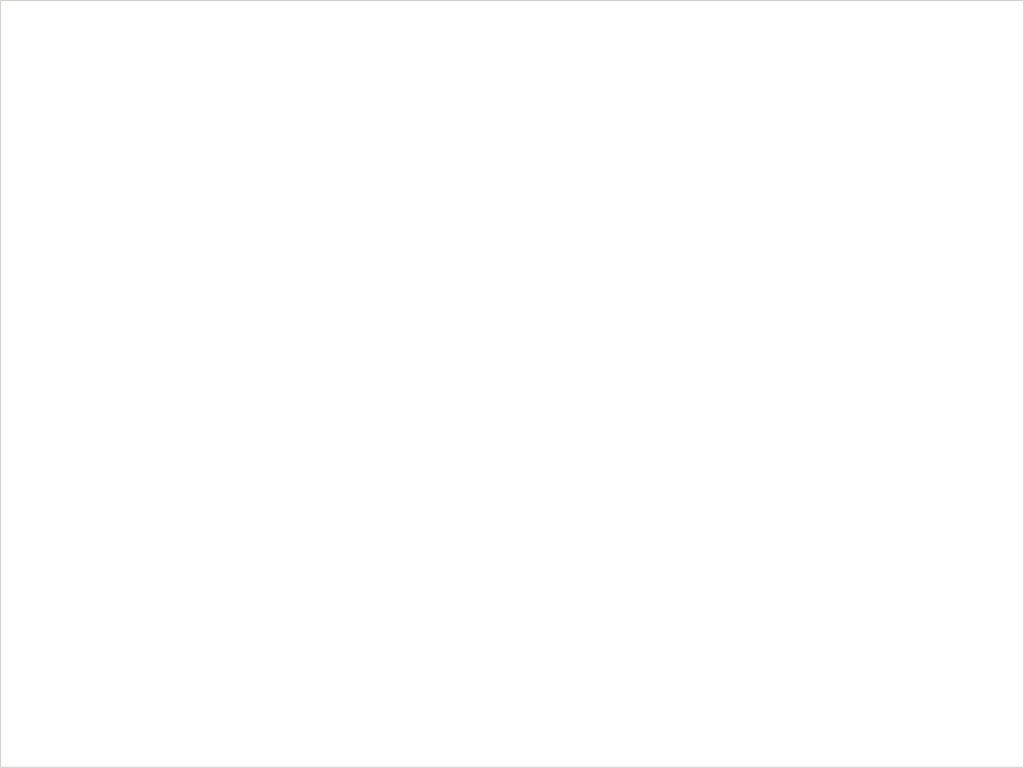
<source format=kicad_pcb>
(kicad_pcb
	(version 20240108)
	(generator "pcbnew")
	(generator_version "8.0")
	(general
		(thickness 1.6)
		(legacy_teardrops no)
	)
	(paper "A4")
	(layers
		(0 "F.Cu" signal)
		(31 "B.Cu" signal)
		(32 "B.Adhes" user "B.Adhesive")
		(33 "F.Adhes" user "F.Adhesive")
		(34 "B.Paste" user)
		(35 "F.Paste" user)
		(36 "B.SilkS" user "B.Silkscreen")
		(37 "F.SilkS" user "F.Silkscreen")
		(38 "B.Mask" user)
		(39 "F.Mask" user)
		(40 "Dwgs.User" user "User.Drawings")
		(41 "Cmts.User" user "User.Comments")
		(42 "Eco1.User" user "User.Eco1")
		(43 "Eco2.User" user "User.Eco2")
		(44 "Edge.Cuts" user)
		(45 "Margin" user)
		(46 "B.CrtYd" user "B.Courtyard")
		(47 "F.CrtYd" user "F.Courtyard")
		(48 "B.Fab" user)
		(49 "F.Fab" user)
		(50 "User.1" user)
		(51 "User.2" user)
		(52 "User.3" user)
		(53 "User.4" user)
		(54 "User.5" user)
		(55 "User.6" user)
		(56 "User.7" user)
		(57 "User.8" user)
		(58 "User.9" user)
	)
	(setup
		(pad_to_mask_clearance 0)
		(allow_soldermask_bridges_in_footprints no)
		(pcbplotparams
			(layerselection 0x00010fc_ffffffff)
			(plot_on_all_layers_selection 0x0000000_00000000)
			(disableapertmacros no)
			(usegerberextensions no)
			(usegerberattributes yes)
			(usegerberadvancedattributes yes)
			(creategerberjobfile yes)
			(dashed_line_dash_ratio 12.000000)
			(dashed_line_gap_ratio 3.000000)
			(svgprecision 4)
			(plotframeref no)
			(viasonmask no)
			(mode 1)
			(useauxorigin no)
			(hpglpennumber 1)
			(hpglpenspeed 20)
			(hpglpendiameter 15.000000)
			(pdf_front_fp_property_popups yes)
			(pdf_back_fp_property_popups yes)
			(dxfpolygonmode yes)
			(dxfimperialunits yes)
			(dxfusepcbnewfont yes)
			(psnegative no)
			(psa4output no)
			(plotreference yes)
			(plotvalue yes)
			(plotfptext yes)
			(plotinvisibletext no)
			(sketchpadsonfab no)
			(subtractmaskfromsilk no)
			(outputformat 1)
			(mirror no)
			(drillshape 1)
			(scaleselection 1)
			(outputdirectory "")
		)
	)
	(net 0 "")
	(gr_rect
		(start 15 15)
		(end 215 165)
		(stroke
			(width 0.2)
			(type default)
		)
		(fill none)
		(layer "Edge.Cuts")
		(uuid "db8d2b50-ad63-4c72-b2d5-9fce394db143")
	)
)

</source>
